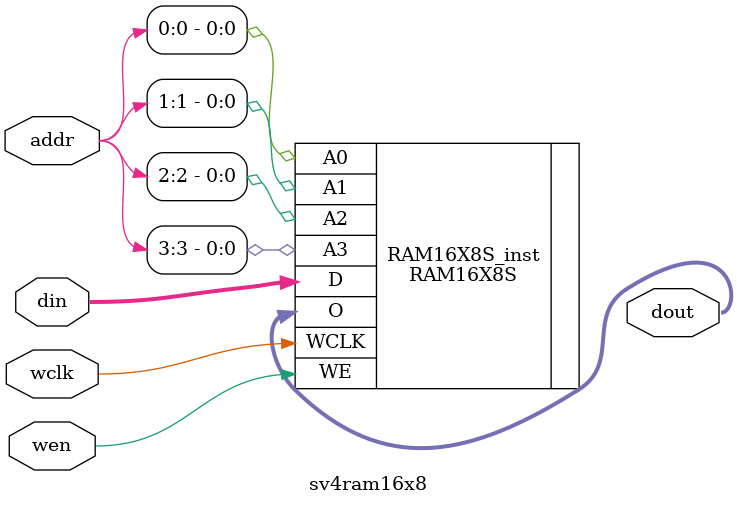
<source format=v>

module servo4(clk,rdwr,strobe,our_addr,addr,busy_in,busy_out,
       addr_match_in,addr_match_out,datin,datout,servo);
    input  clk;              // system clock
    input  rdwr;             // direction of this transfer. Read=1; Write=0
    input  strobe;           // true on full valid command
    input  [3:0] our_addr;   // high byte of our assigned address
    input  [11:0] addr;      // address of target peripheral
    input  busy_in;          // ==1 if a previous peripheral is busy
    output busy_out;         // ==our busy state if our address, pass through otherwise
    input  addr_match_in;    // ==1 if a previous peripheral claims the address
    output addr_match_out;   // ==1 if we claim the above address, pass through otherwise
    input  [7:0] datin ;     // Data INto the peripheral;
    output [7:0] datout ;    // Data OUTput from the peripheral, = datin if not us.
    output [3:0] servo;      // Four servo outputs
 
    wire   myaddr;           // ==1 if a correct read/write on our address
    wire   [7:0] doutl;      // RAM output lines
    wire   [7:0] douth;      // RAM output lines
    wire   [3:0] raddr;      // RAM address lines
    wire   wclk;             // RAM write clock
    wire   wenl;             // Low RAM write enable
    wire   wenh;             // High RAM write enable
    reg    [2:0] servoid;    // Which servo has the clock
    reg    [15:0] servoclk;  // Comparison clock
    reg    val;              // Latched value of the comparison


    // Register array in RAM
    sv4ram16x8 freqramL(doutl,raddr,datin,wclk,wenl);
    sv4ram16x8 freqramH(douth,raddr,datin,wclk,wenh);


    always @(posedge clk)
    begin
        if (~(strobe & myaddr & ~rdwr))  // Only when the host is not writing our regs
        begin
            if (servoclk[15:0] == 49999)  // 2.500 ms @ 20 MHz
            begin
                val <= 0;
                servoclk <= 0;
                // 8 servos at 2.5 ms each is 20 ms
                servoid <= servoid + 3'h1;
            end
            else
            begin
                // check for a value match
                if ((doutl == servoclk[7:0]) && (douth == servoclk[15:8]))
                    val <= 1;

                servoclk <= servoclk + 16'h0001;   // increment PWM clock
            end
        end
    end


    // Assign the outputs.
    assign servo[3] = (servoid != 3) ? 1'b0 : val ;
    assign servo[2] = (servoid != 2) ? 1'b0 : val ;
    assign servo[1] = (servoid != 1) ? 1'b0 : val ;
    assign servo[0] = (servoid != 0) ? 1'b0 : val ;

    assign wclk  = clk;
    assign wenh  = (strobe & myaddr & ~rdwr & (addr[0] == 0)); // latch data on a write
    assign wenl  = (strobe & myaddr & ~rdwr & (addr[0] == 1)); // latch data on a write
    assign raddr = (strobe & myaddr) ? {2'h0,addr[2:1]} : {1'h0,servoid} ;

    assign myaddr = (addr[11:8] == our_addr) && (addr[7:3] == 0);
    assign datout = (~myaddr) ? datin :
                    (strobe & (addr[0] == 0)) ? douth :
                    (strobe & (addr[0] == 1)) ? doutl :
                    8'h00 ; 

    // Loop in-to-out where appropriate
    assign busy_out = busy_in;
    assign addr_match_out = myaddr | addr_match_in;

endmodule


module sv4ram16x8(dout,addr,din,wclk,wen);
   output [7:0] dout;
   input  [3:0] addr;
   input  [7:0] din;
   input  wclk;
   input  wen;

   // RAM16X8S: 16 x 8 posedge write distributed (LUT) RAM
   //           Virtex-II/II-Pro
   // Xilinx HDL Language Template, version 10.1

   RAM16X8S #(
      .INIT_00(16'hffff), // INIT for bit 0 of RAM
      .INIT_01(16'hffff), // INIT for bit 1 of RAM
      .INIT_02(16'hffff), // INIT for bit 2 of RAM
      .INIT_03(16'hffff), // INIT for bit 3 of RAM
      .INIT_04(16'hffff), // INIT for bit 4 of RAM
      .INIT_05(16'hffff), // INIT for bit 5 of RAM
      .INIT_06(16'hffff), // INIT for bit 6 of RAM
      .INIT_07(16'hffff)  // INIT for bit 7 of RAM
   ) RAM16X8S_inst (
      .O(dout),           // 8-bit RAM data output
      .A0(addr[0]),       // RAM address[0] input
      .A1(addr[1]),       // RAM address[1] input
      .A2(addr[2]),       // RAM address[2] input
      .A3(addr[3]),       // RAM address[3] input
      .D(din),            // 8-bit RAM data input
      .WCLK(wclk),        // Write clock input
      .WE(wen)            // Write enable input
   );

   // End of RAM16X8S_inst instantiation

endmodule

</source>
